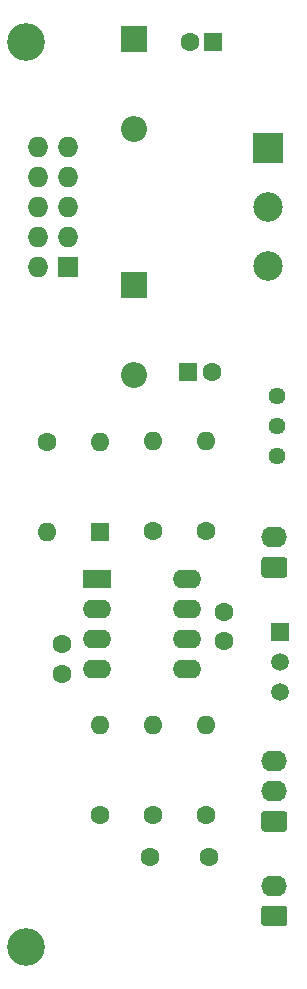
<source format=gbr>
%TF.GenerationSoftware,KiCad,Pcbnew,5.1.9-73d0e3b20d~88~ubuntu20.04.1*%
%TF.CreationDate,2021-03-31T17:04:16-04:00*%
%TF.ProjectId,MFOS_VCLFO_aux,4d464f53-5f56-4434-9c46-4f5f6175782e,rev?*%
%TF.SameCoordinates,Original*%
%TF.FileFunction,Soldermask,Bot*%
%TF.FilePolarity,Negative*%
%FSLAX46Y46*%
G04 Gerber Fmt 4.6, Leading zero omitted, Abs format (unit mm)*
G04 Created by KiCad (PCBNEW 5.1.9-73d0e3b20d~88~ubuntu20.04.1) date 2021-03-31 17:04:16*
%MOMM*%
%LPD*%
G01*
G04 APERTURE LIST*
%ADD10C,3.200000*%
%ADD11C,1.600000*%
%ADD12O,1.600000X1.600000*%
%ADD13C,1.440000*%
%ADD14O,2.400000X1.600000*%
%ADD15R,2.400000X1.600000*%
%ADD16R,1.727200X1.727200*%
%ADD17O,1.727200X1.727200*%
%ADD18R,1.500000X1.500000*%
%ADD19C,1.500000*%
%ADD20R,1.600000X1.600000*%
%ADD21C,2.500000*%
%ADD22R,2.500000X2.500000*%
%ADD23O,2.200000X2.200000*%
%ADD24R,2.200000X2.200000*%
%ADD25O,2.200000X1.740000*%
G04 APERTURE END LIST*
D10*
%TO.C,H2*%
X99750000Y-138350000D03*
%TD*%
%TO.C,H1*%
X99750000Y-61750000D03*
%TD*%
D11*
%TO.C,C4*%
X115250000Y-130750000D03*
X110250000Y-130750000D03*
%TD*%
D12*
%TO.C,R5*%
X110520000Y-95570000D03*
D11*
X110520000Y-103190000D03*
%TD*%
D12*
%TO.C,R6*%
X101500000Y-103250000D03*
D11*
X101500000Y-95630000D03*
%TD*%
D13*
%TO.C,RV1*%
X121000000Y-91710000D03*
X121000000Y-94250000D03*
X121000000Y-96790000D03*
%TD*%
D14*
%TO.C,U1*%
X113370000Y-107250000D03*
X105750000Y-114870000D03*
X113370000Y-109790000D03*
X105750000Y-112330000D03*
X113370000Y-112330000D03*
X105750000Y-109790000D03*
X113370000Y-114870000D03*
D15*
X105750000Y-107250000D03*
%TD*%
D11*
%TO.C,C3*%
X116500000Y-110000000D03*
X116500000Y-112500000D03*
%TD*%
D16*
%TO.C,J1*%
X103290000Y-80830000D03*
D17*
X100750000Y-80830000D03*
X103290000Y-78290000D03*
X100750000Y-78290000D03*
X103290000Y-75750000D03*
X100750000Y-75750000D03*
X103290000Y-73210000D03*
X100750000Y-73210000D03*
X103290000Y-70670000D03*
X100750000Y-70670000D03*
%TD*%
D18*
%TO.C,Q1*%
X121250000Y-111750000D03*
D19*
X121250000Y-116830000D03*
X121250000Y-114290000D03*
%TD*%
D11*
%TO.C,C2*%
X115450000Y-89720000D03*
D20*
X113450000Y-89720000D03*
%TD*%
D12*
%TO.C,R1*%
X110520000Y-119630000D03*
D11*
X110520000Y-127250000D03*
%TD*%
D12*
%TO.C,R2*%
X115000000Y-119630000D03*
D11*
X115000000Y-127250000D03*
%TD*%
D21*
%TO.C,J2*%
X120181000Y-80750000D03*
X120181000Y-75750000D03*
D22*
X120181000Y-70750000D03*
%TD*%
D23*
%TO.C,D1*%
X108878000Y-69146000D03*
D24*
X108878000Y-61526000D03*
%TD*%
D23*
%TO.C,D2*%
X108878000Y-89974000D03*
D24*
X108878000Y-82354000D03*
%TD*%
D12*
%TO.C,R3*%
X115000000Y-95570000D03*
D11*
X115000000Y-103190000D03*
%TD*%
%TO.C,C5*%
X102750000Y-115250000D03*
X102750000Y-112750000D03*
%TD*%
%TO.C,C1*%
X113577000Y-61780000D03*
D20*
X115577000Y-61780000D03*
%TD*%
D25*
%TO.C,J3*%
X120750000Y-103710000D03*
G36*
G01*
X121600001Y-107120000D02*
X119899999Y-107120000D01*
G75*
G02*
X119650000Y-106870001I0J249999D01*
G01*
X119650000Y-105629999D01*
G75*
G02*
X119899999Y-105380000I249999J0D01*
G01*
X121600001Y-105380000D01*
G75*
G02*
X121850000Y-105629999I0J-249999D01*
G01*
X121850000Y-106870001D01*
G75*
G02*
X121600001Y-107120000I-249999J0D01*
G01*
G37*
%TD*%
D12*
%TO.C,D3*%
X106000000Y-95630000D03*
D20*
X106000000Y-103250000D03*
%TD*%
D12*
%TO.C,R4*%
X106000000Y-119630000D03*
D11*
X106000000Y-127250000D03*
%TD*%
D25*
%TO.C,J7*%
X120750000Y-133210000D03*
G36*
G01*
X121600001Y-136620000D02*
X119899999Y-136620000D01*
G75*
G02*
X119650000Y-136370001I0J249999D01*
G01*
X119650000Y-135129999D01*
G75*
G02*
X119899999Y-134880000I249999J0D01*
G01*
X121600001Y-134880000D01*
G75*
G02*
X121850000Y-135129999I0J-249999D01*
G01*
X121850000Y-136370001D01*
G75*
G02*
X121600001Y-136620000I-249999J0D01*
G01*
G37*
%TD*%
%TO.C,J8*%
X120750000Y-122670000D03*
X120750000Y-125210000D03*
G36*
G01*
X121600001Y-128620000D02*
X119899999Y-128620000D01*
G75*
G02*
X119650000Y-128370001I0J249999D01*
G01*
X119650000Y-127129999D01*
G75*
G02*
X119899999Y-126880000I249999J0D01*
G01*
X121600001Y-126880000D01*
G75*
G02*
X121850000Y-127129999I0J-249999D01*
G01*
X121850000Y-128370001D01*
G75*
G02*
X121600001Y-128620000I-249999J0D01*
G01*
G37*
%TD*%
M02*

</source>
